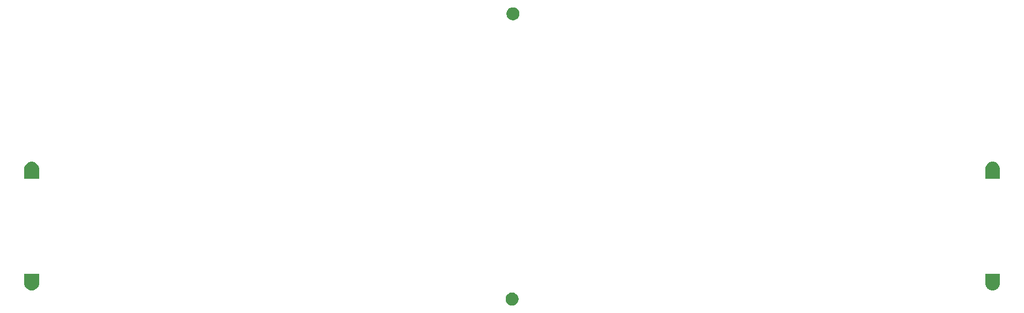
<source format=gbr>
%TF.GenerationSoftware,Altium Limited,Altium Designer,24.7.2 (38)*%
G04 Layer_Color=0*
%FSLAX45Y45*%
%MOMM*%
%TF.SameCoordinates,4658354D-353F-4C49-8F46-90FD7368F250*%
%TF.FilePolarity,Positive*%
%TF.FileFunction,NonPlated,1,4,NPTH,Drill*%
%TF.Part,Single*%
G01*
G75*
G36*
X8216365Y1457935D02*
Y1447840D01*
X8220304Y1428037D01*
X8228031Y1409383D01*
X8239248Y1392595D01*
X8253525Y1378318D01*
X8270313Y1367101D01*
X8288967Y1359374D01*
X8308770Y1355435D01*
X8318865D01*
X8328960D01*
X8348763Y1359374D01*
X8367417Y1367101D01*
X8384205Y1378318D01*
X8398482Y1392595D01*
X8409699Y1409383D01*
X8417426Y1428037D01*
X8421365Y1447840D01*
Y1457935D01*
Y1468030D01*
X8417426Y1487833D01*
X8409699Y1506487D01*
X8398482Y1523275D01*
X8384205Y1537552D01*
X8367417Y1548769D01*
X8348763Y1556496D01*
X8328960Y1560435D01*
X8318865D01*
X8308770D01*
X8288967Y1556496D01*
X8270313Y1548769D01*
X8253525Y1537552D01*
X8239248Y1523275D01*
X8228031Y1506487D01*
X8220304Y1487833D01*
X8216365Y1468030D01*
Y1457935D01*
D01*
D02*
G37*
G36*
X8228700Y5956300D02*
Y5946205D01*
X8232639Y5926402D01*
X8240366Y5907748D01*
X8251583Y5890960D01*
X8265860Y5876683D01*
X8282648Y5865466D01*
X8301302Y5857739D01*
X8321105Y5853800D01*
X8331200D01*
X8341295D01*
X8361098Y5857739D01*
X8379752Y5865466D01*
X8396540Y5876683D01*
X8410817Y5890960D01*
X8422034Y5907748D01*
X8429761Y5926402D01*
X8433700Y5946205D01*
Y5956300D01*
Y5966395D01*
X8429761Y5986198D01*
X8422034Y6004852D01*
X8410817Y6021640D01*
X8396540Y6035917D01*
X8379752Y6047134D01*
X8361098Y6054861D01*
X8341295Y6058800D01*
X8331200D01*
X8321105D01*
X8301302Y6054861D01*
X8282648Y6047134D01*
X8265860Y6035917D01*
X8251583Y6021640D01*
X8240366Y6004852D01*
X8232639Y5986198D01*
X8228700Y5966395D01*
Y5956300D01*
D01*
D02*
G37*
G36*
X15778865Y1707935D02*
Y1857935D01*
X16008865D01*
Y1707935D01*
Y1692795D01*
X16001028Y1663547D01*
X15985889Y1637323D01*
X15964478Y1615912D01*
X15938252Y1600772D01*
X15909006Y1592935D01*
X15878725D01*
X15849477Y1600772D01*
X15823253Y1615912D01*
X15801842Y1637323D01*
X15786702Y1663547D01*
X15778865Y1692795D01*
Y1707935D01*
D01*
D02*
G37*
G36*
Y3357935D02*
Y3507935D01*
Y3523075D01*
X15786702Y3552323D01*
X15801842Y3578547D01*
X15823253Y3599958D01*
X15849477Y3615098D01*
X15878725Y3622935D01*
X15909006D01*
X15938252Y3615098D01*
X15964478Y3599958D01*
X15985889Y3578547D01*
X16001028Y3552323D01*
X16008865Y3523075D01*
Y3507935D01*
D01*
Y3357935D01*
X15778865D01*
D02*
G37*
G36*
X628865Y1707935D02*
Y1692795D01*
X636702Y1663547D01*
X651842Y1637323D01*
X673253Y1615912D01*
X699476Y1600772D01*
X728725Y1592935D01*
X759005D01*
X788253Y1600772D01*
X814476Y1615912D01*
X835888Y1637323D01*
X851028Y1663547D01*
X858865Y1692795D01*
Y1707935D01*
D01*
Y1857935D01*
X628865D01*
Y1707935D01*
D02*
G37*
G36*
Y3357935D02*
Y3507935D01*
Y3523075D01*
X636702Y3552323D01*
X651842Y3578547D01*
X673253Y3599958D01*
X699476Y3615098D01*
X728725Y3622935D01*
X759005D01*
X788253Y3615098D01*
X814476Y3599958D01*
X835888Y3578547D01*
X851028Y3552323D01*
X858865Y3523075D01*
Y3507935D01*
D01*
Y3357935D01*
X628865D01*
D02*
G37*
%TF.MD5,fa54baa763614f831b224682a206909c*%
M02*

</source>
